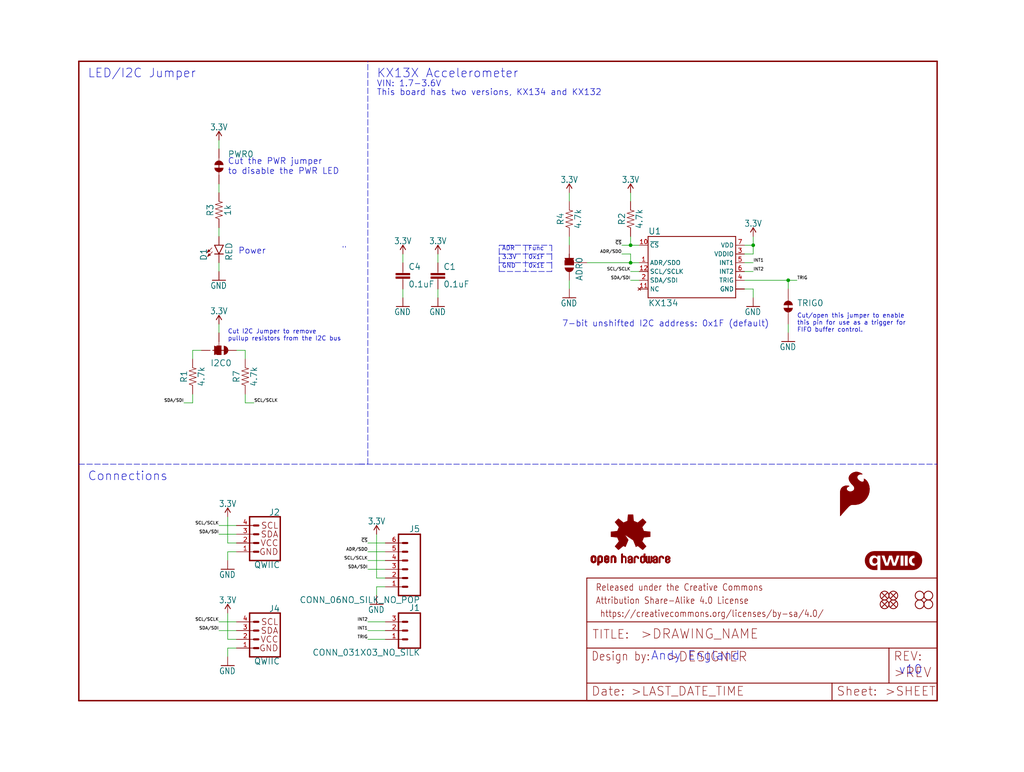
<source format=kicad_sch>
(kicad_sch (version 20211123) (generator eeschema)
  (paper "User" 297.002 223.926)
  (lib_symbols
    (symbol "eagleSchem-eagle-import:0.1UF-0603-25V-(+80{slash}-20%)"
      (property "Reference" "C" (at 1.524 2.921 0))
      (property "Value" "0.1UF-0603-25V-(+80{slash}-20%)" (at 1.524 -2.159 0))
      (symbol "0.1UF-0603-25V-(+80{slash}-20%)_1_0"
        (pin passive line (at 0 5.08 270) (length 2.54) (name "1") (number "1"))
        (pin passive line (at 0 -2.54 90) (length 2.54) (name "2") (number "2"))
      )
    )
    (symbol "eagleSchem-eagle-import:1KOHM-0603-1{slash}10W-1%"
      (property "Reference" "R" (at 0 1.524 0))
      (property "Value" "1KOHM-0603-1{slash}10W-1%" (at 0 -1.524 0))
      (symbol "1KOHM-0603-1{slash}10W-1%_1_0"
        (pin passive line (at -5.08 0 0) (length 2.54) (name "1") (number "1"))
        (pin passive line (at 5.08 0 180) (length 2.54) (name "2") (number "2"))
      )
    )
    (symbol "eagleSchem-eagle-import:3.3V" (power)
      (property "Value" "3.3V" (at 0 2.794 0))
      (symbol "3.3V_1_0"
        (pin power_in line (at 0 0 90) (length 2.54) (name "3.3V") (number "1"))
      )
    )
    (symbol "eagleSchem-eagle-import:4.7KOHM-0603-1{slash}10W-1%"
      (property "Reference" "R" (at 0 1.524 0))
      (property "Value" "4.7KOHM-0603-1{slash}10W-1%" (at 0 -1.524 0))
      (symbol "4.7KOHM-0603-1{slash}10W-1%_1_0"
        (pin passive line (at -5.08 0 0) (length 2.54) (name "1") (number "1"))
        (pin passive line (at 5.08 0 180) (length 2.54) (name "2") (number "2"))
      )
    )
    (symbol "eagleSchem-eagle-import:CONN_031X03_NO_SILK"
      (property "Reference" "J" (at -2.54 5.588 0))
      (property "Value" "CONN_031X03_NO_SILK" (at -2.54 -7.366 0))
      (symbol "CONN_031X03_NO_SILK_1_0"
        (pin passive line (at 7.62 -2.54 180) (length 5.08) (name "1") (number "1"))
        (pin passive line (at 7.62 0 180) (length 5.08) (name "2") (number "2"))
        (pin passive line (at 7.62 2.54 180) (length 5.08) (name "3") (number "3"))
      )
    )
    (symbol "eagleSchem-eagle-import:CONN_06NO_SILK_NO_POP"
      (property "Reference" "J" (at -5.08 10.668 0))
      (property "Value" "CONN_06NO_SILK_NO_POP" (at -5.08 -9.906 0))
      (symbol "CONN_06NO_SILK_NO_POP_1_0"
        (pin passive line (at 5.08 -5.08 180) (length 5.08) (name "1") (number "1"))
        (pin passive line (at 5.08 -2.54 180) (length 5.08) (name "2") (number "2"))
        (pin passive line (at 5.08 0 180) (length 5.08) (name "3") (number "3"))
        (pin passive line (at 5.08 2.54 180) (length 5.08) (name "4") (number "4"))
        (pin passive line (at 5.08 5.08 180) (length 5.08) (name "5") (number "5"))
        (pin passive line (at 5.08 7.62 180) (length 5.08) (name "6") (number "6"))
      )
    )
    (symbol "eagleSchem-eagle-import:FIDUCIALUFIDUCIAL")
    (symbol "eagleSchem-eagle-import:FRAME-LETTER"
      (symbol "FRAME-LETTER_2_0"
        (text " https://creativecommons.org/licenses/by-sa/4.0/" (at 2.54 24.13 0) (effects (font (size 1.9304 1.6408)) (justify left bottom)))
        (text ">DESIGNER" (at 23.114 11.176 0) (effects (font (size 2.7432 2.7432)) (justify left bottom)))
        (text ">DRAWING_NAME" (at 15.494 17.78 0) (effects (font (size 2.7432 2.7432)) (justify left bottom)))
        (text ">LAST_DATE_TIME" (at 12.7 1.27 0) (effects (font (size 2.54 2.54)) (justify left bottom)))
        (text ">REV" (at 88.9 6.604 0) (effects (font (size 2.7432 2.7432)) (justify left bottom)))
        (text ">SHEET" (at 86.36 1.27 0) (effects (font (size 2.54 2.54)) (justify left bottom)))
        (text "Attribution Share-Alike 4.0 License" (at 2.54 27.94 0) (effects (font (size 1.9304 1.6408)) (justify left bottom)))
        (text "Date:" (at 1.27 1.27 0) (effects (font (size 2.54 2.54)) (justify left bottom)))
        (text "Design by:" (at 1.27 11.43 0) (effects (font (size 2.54 2.159)) (justify left bottom)))
        (text "Released under the Creative Commons" (at 2.54 31.75 0) (effects (font (size 1.9304 1.6408)) (justify left bottom)))
        (text "REV:" (at 88.9 11.43 0) (effects (font (size 2.54 2.54)) (justify left bottom)))
        (text "Sheet:" (at 72.39 1.27 0) (effects (font (size 2.54 2.54)) (justify left bottom)))
        (text "TITLE:" (at 1.524 17.78 0) (effects (font (size 2.54 2.54)) (justify left bottom)))
      )
    )
    (symbol "eagleSchem-eagle-import:GND" (power)
      (property "Value" "GND" (at -2.54 -2.54 0))
      (symbol "GND_1_0"
        (pin power_in line (at 0 2.54 270) (length 2.54) (name "GND") (number "1"))
      )
    )
    (symbol "eagleSchem-eagle-import:JUMPER-SMT_2_NC_TRACE_SILK"
      (property "Reference" "JP" (at -2.54 2.54 0))
      (property "Value" "JUMPER-SMT_2_NC_TRACE_SILK" (at -2.54 -2.54 0))
      (symbol "JUMPER-SMT_2_NC_TRACE_SILK_1_0"
        (pin passive line (at -5.08 0 0) (length 2.54) (name "1") (number "1"))
        (pin passive line (at 5.08 0 180) (length 2.54) (name "2") (number "2"))
      )
    )
    (symbol "eagleSchem-eagle-import:JUMPER-SMT_3_1-NC_TRACE_SILK"
      (property "Reference" "JP" (at 2.54 0.381 0))
      (property "Value" "JUMPER-SMT_3_1-NC_TRACE_SILK" (at 2.54 -0.381 0))
      (symbol "JUMPER-SMT_3_1-NC_TRACE_SILK_1_0"
        (pin passive line (at 0 5.08 270) (length 2.54) (name "1") (number "1"))
        (pin passive line (at -5.08 0 0) (length 2.54) (name "2") (number "2"))
        (pin passive line (at 0 -5.08 90) (length 2.54) (name "3") (number "3"))
      )
    )
    (symbol "eagleSchem-eagle-import:JUMPER-SMT_3_2-NC_TRACE_SILK"
      (property "Reference" "JP" (at 2.54 0.381 0))
      (property "Value" "JUMPER-SMT_3_2-NC_TRACE_SILK" (at 2.54 -0.381 0))
      (symbol "JUMPER-SMT_3_2-NC_TRACE_SILK_1_0"
        (pin passive line (at 0 5.08 270) (length 2.54) (name "1") (number "1"))
        (pin passive line (at -5.08 0 0) (length 2.54) (name "2") (number "2"))
        (pin passive line (at 0 -5.08 90) (length 2.54) (name "3") (number "3"))
      )
    )
    (symbol "eagleSchem-eagle-import:KX13X-KX134"
      (property "Reference" "U" (at -12.7 10.668 0))
      (property "Value" "KX13X-KX134" (at -12.7 -10.16 0))
      (symbol "KX13X-KX134_1_0"
        (pin bidirectional line (at -15.24 2.54 0) (length 2.54) (name "ADR/SDO") (number "1"))
        (pin bidirectional line (at -15.24 7.62 0) (length 2.54) (name "~{CS}") (number "10"))
        (pin no_connect line (at -15.24 -5.08 0) (length 2.54) (name "NC") (number "11"))
        (pin bidirectional line (at -15.24 0 0) (length 2.54) (name "SCL/SCLK") (number "12"))
        (pin bidirectional line (at -15.24 -2.54 0) (length 2.54) (name "SDA/SDI") (number "2"))
        (pin bidirectional line (at 15.24 5.08 180) (length 2.54) (name "VDDIO") (number "3"))
        (pin bidirectional line (at 15.24 -2.54 180) (length 2.54) (name "TRIG") (number "4"))
        (pin bidirectional line (at 15.24 2.54 180) (length 2.54) (name "INT1") (number "5"))
        (pin bidirectional line (at 15.24 0 180) (length 2.54) (name "INT2") (number "6"))
        (pin bidirectional line (at 15.24 7.62 180) (length 2.54) (name "VDD") (number "7"))
        (pin bidirectional line (at 15.24 -5.08 180) (length 2.54) (name "GND") (number "8"))
        (pin bidirectional line (at 15.24 -5.08 180) (length 2.54) (name "GND") (number "9"))
      )
    )
    (symbol "eagleSchem-eagle-import:LED-RED0603"
      (property "Reference" "D" (at -3.429 -4.572 90))
      (property "Value" "LED-RED0603" (at 1.905 -4.572 90))
      (symbol "LED-RED0603_1_0"
        (pin passive line (at 0 2.54 270) (length 2.54) (name "A") (number "A"))
        (pin passive line (at 0 -5.08 90) (length 2.54) (name "C") (number "C"))
      )
    )
    (symbol "eagleSchem-eagle-import:OSHW-LOGOS")
    (symbol "eagleSchem-eagle-import:QWIIC_CONNECTORJS-1MM"
      (property "Reference" "J" (at -5.08 7.874 0))
      (property "Value" "QWIIC_CONNECTORJS-1MM" (at -5.08 -5.334 0))
      (symbol "QWIIC_CONNECTORJS-1MM_1_0"
        (text "GND" (at -4.572 -2.54 0) (effects (font (size 1.778 1.778)) (justify left)))
        (text "SCL" (at -4.572 5.08 0) (effects (font (size 1.778 1.778)) (justify left)))
        (text "SDA" (at -4.572 2.54 0) (effects (font (size 1.778 1.778)) (justify left)))
        (text "VCC" (at -4.572 0 0) (effects (font (size 1.778 1.778)) (justify left)))
        (pin power_in line (at 7.62 -2.54 180) (length 5.08) (name "1") (number "1"))
        (pin power_in line (at 7.62 0 180) (length 5.08) (name "2") (number "2"))
        (pin passive line (at 7.62 2.54 180) (length 5.08) (name "3") (number "3"))
        (pin passive line (at 7.62 5.08 180) (length 5.08) (name "4") (number "4"))
      )
    )
    (symbol "eagleSchem-eagle-import:QWIIC_LOGO_4MM")
    (symbol "eagleSchem-eagle-import:SFE_LOGO_FLAME.1_INCH")
    (symbol "eagleSchem-eagle-import:STAND-OFF")
  )
  (junction (at 182.88 71.12))
  (junction (at 218.44 71.12))
  (junction (at 182.88 76.2))
  (junction (at 228.6 81.28))
  (wire (pts (xy 68.58 101.6) (xy 71.12 101.6)))
  (polyline (pts (xy 144.78 73.66) (xy 160.02 73.66)))
  (wire (pts (xy 127 76.2) (xy 127 73.66)))
  (wire (pts (xy 215.9 76.2) (xy 218.44 76.2)))
  (wire (pts (xy 111.76 182.88) (xy 106.68 182.88)))
  (wire (pts (xy 182.88 73.66) (xy 180.34 73.66)))
  (wire (pts (xy 228.6 93.98) (xy 228.6 96.52)))
  (wire (pts (xy 218.44 83.82) (xy 218.44 86.36)))
  (wire (pts (xy 111.76 180.34) (xy 106.68 180.34)))
  (wire (pts (xy 185.42 78.74) (xy 182.88 78.74)))
  (wire (pts (xy 182.88 76.2) (xy 182.88 73.66)))
  (polyline (pts (xy 160.02 73.66) (xy 160.02 76.2)))
  (wire (pts (xy 111.76 160.02) (xy 106.68 160.02)))
  (wire (pts (xy 182.88 58.42) (xy 182.88 55.88)))
  (wire (pts (xy 68.58 185.42) (xy 66.04 185.42)))
  (wire (pts (xy 170.18 76.2) (xy 182.88 76.2)))
  (wire (pts (xy 71.12 101.6) (xy 71.12 104.14)))
  (polyline (pts (xy 144.78 78.74) (xy 160.02 78.74)))
  (wire (pts (xy 63.5 78.74) (xy 63.5 76.2)))
  (wire (pts (xy 111.76 162.56) (xy 106.68 162.56)))
  (wire (pts (xy 182.88 71.12) (xy 180.34 71.12)))
  (wire (pts (xy 68.58 187.96) (xy 66.04 187.96)))
  (wire (pts (xy 185.42 81.28) (xy 182.88 81.28)))
  (wire (pts (xy 63.5 93.98) (xy 63.5 96.52)))
  (wire (pts (xy 218.44 71.12) (xy 215.9 71.12)))
  (wire (pts (xy 182.88 71.12) (xy 182.88 68.58)))
  (wire (pts (xy 68.58 160.02) (xy 66.04 160.02)))
  (wire (pts (xy 55.88 101.6) (xy 58.42 101.6)))
  (wire (pts (xy 215.9 78.74) (xy 218.44 78.74)))
  (wire (pts (xy 116.84 76.2) (xy 116.84 73.66)))
  (wire (pts (xy 55.88 116.84) (xy 53.34 116.84)))
  (wire (pts (xy 63.5 68.58) (xy 63.5 66.04)))
  (wire (pts (xy 66.04 160.02) (xy 66.04 162.56)))
  (polyline (pts (xy 152.4 71.12) (xy 152.4 78.74)))
  (wire (pts (xy 68.58 152.4) (xy 63.5 152.4)))
  (wire (pts (xy 111.76 157.48) (xy 106.68 157.48)))
  (wire (pts (xy 165.1 81.28) (xy 165.1 83.82)))
  (wire (pts (xy 111.76 167.64) (xy 109.22 167.64)))
  (wire (pts (xy 165.1 55.88) (xy 165.1 58.42)))
  (wire (pts (xy 127 83.82) (xy 127 86.36)))
  (polyline (pts (xy 104.14 134.62) (xy 106.68 134.62)))
  (wire (pts (xy 66.04 157.48) (xy 66.04 149.86)))
  (polyline (pts (xy 160.02 76.2) (xy 160.02 78.74)))
  (wire (pts (xy 228.6 81.28) (xy 231.14 81.28)))
  (wire (pts (xy 109.22 167.64) (xy 109.22 154.94)))
  (polyline (pts (xy 160.02 71.12) (xy 160.02 73.66)))
  (wire (pts (xy 68.58 180.34) (xy 63.5 180.34)))
  (wire (pts (xy 111.76 165.1) (xy 106.68 165.1)))
  (wire (pts (xy 68.58 154.94) (xy 63.5 154.94)))
  (wire (pts (xy 182.88 76.2) (xy 185.42 76.2)))
  (wire (pts (xy 63.5 55.88) (xy 63.5 53.34)))
  (polyline (pts (xy 144.78 71.12) (xy 152.4 71.12)))
  (wire (pts (xy 68.58 157.48) (xy 66.04 157.48)))
  (wire (pts (xy 66.04 185.42) (xy 66.04 177.8)))
  (wire (pts (xy 68.58 182.88) (xy 63.5 182.88)))
  (wire (pts (xy 165.1 68.58) (xy 165.1 71.12)))
  (wire (pts (xy 55.88 104.14) (xy 55.88 101.6)))
  (wire (pts (xy 111.76 185.42) (xy 106.68 185.42)))
  (polyline (pts (xy 144.78 76.2) (xy 160.02 76.2)))
  (polyline (pts (xy 22.86 134.62) (xy 104.14 134.62)))
  (polyline (pts (xy 144.78 78.74) (xy 144.78 76.2)))
  (wire (pts (xy 215.9 81.28) (xy 228.6 81.28)))
  (wire (pts (xy 228.6 81.28) (xy 228.6 83.82)))
  (polyline (pts (xy 144.78 76.2) (xy 144.78 73.66)))
  (wire (pts (xy 218.44 71.12) (xy 218.44 68.58)))
  (wire (pts (xy 218.44 73.66) (xy 218.44 71.12)))
  (polyline (pts (xy 152.4 71.12) (xy 160.02 71.12)))
  (polyline (pts (xy 144.78 73.66) (xy 144.78 71.12)))
  (wire (pts (xy 116.84 83.82) (xy 116.84 86.36)))
  (wire (pts (xy 66.04 187.96) (xy 66.04 190.5)))
  (wire (pts (xy 111.76 170.18) (xy 109.22 170.18)))
  (wire (pts (xy 215.9 73.66) (xy 218.44 73.66)))
  (polyline (pts (xy 104.14 134.62) (xy 271.78 134.62)))
  (wire (pts (xy 71.12 114.3) (xy 71.12 116.84)))
  (wire (pts (xy 185.42 71.12) (xy 182.88 71.12)))
  (polyline (pts (xy 106.68 134.62) (xy 106.68 17.78)))
  (wire (pts (xy 71.12 116.84) (xy 73.66 116.84)))
  (wire (pts (xy 109.22 170.18) (xy 109.22 172.72)))
  (wire (pts (xy 63.5 43.18) (xy 63.5 40.64)))
  (wire (pts (xy 55.88 116.84) (xy 55.88 114.3)))
  (wire (pts (xy 215.9 83.82) (xy 218.44 83.82)))
  (text "v10" (at 260.604 195.834 180) (effects (font (size 2.54 2.54)) (justify left bottom)))
  (text "Cut I2C Jumper to remove\npullup resistors from the I2C bus" (at 66.04 99.06 0) (effects (font (size 1.27 1.27)) (justify left bottom)))
  (text "KX13X Accelerometer" (at 109.22 22.86 180) (effects (font (size 2.54 2.54)) (justify left bottom)))
  (text "Cut the PWR jumper\nto disable the PWR LED" (at 66.04 50.8 180) (effects (font (size 1.778 1.778)) (justify left bottom)))
  (text "Power" (at 69.088 73.914 180) (effects (font (size 1.778 1.778)) (justify left bottom)))
  (text "ADR" (at 145.542 72.898 180) (effects (font (size 1.27 1.27)) (justify left bottom)))
  (text "Cut/open this jumper to enable\nthis pin for use as a trigger for\nFIFO buffer control." (at 231.14 96.52 0) (effects (font (size 1.27 1.27)) (justify left bottom)))
  (text "0x1E" (at 153.162 77.978 180) (effects (font (size 1.27 1.27)) (justify left bottom)))
  (text "\"" (at 99.06 73.66 180) (effects (font (size 1.778 1.778)) (justify left bottom)))
  (text "7-bit unshifted I2C address: 0x1F (default)" (at 193.04 93.98 180) (effects (font (size 1.778 1.778))))
  (text "0x1F" (at 153.162 75.438 180) (effects (font (size 1.27 1.27)) (justify left bottom)))
  (text "VIN: 1.7-3.6V" (at 109.22 25.4 180) (effects (font (size 1.778 1.778)) (justify left bottom)))
  (text "Func" (at 153.162 72.898 180) (effects (font (size 1.27 1.27)) (justify left bottom)))
  (text "LED/I2C Jumper" (at 25.4 22.86 180) (effects (font (size 2.54 2.54)) (justify left bottom)))
  (text "Andy England" (at 188.722 191.77 180) (effects (font (size 2.54 2.54)) (justify left bottom)))
  (text "GND" (at 145.542 77.978 180) (effects (font (size 1.27 1.27)) (justify left bottom)))
  (text "Connections" (at 25.4 139.7 180) (effects (font (size 2.54 2.54)) (justify left bottom)))
  (text "This board has two versions, KX134 and KX132" (at 109.22 27.94 180) (effects (font (size 1.778 1.778)) (justify left bottom)))
  (text "3.3V" (at 145.542 75.438 180) (effects (font (size 1.27 1.27)) (justify left bottom)))
  (label "INT2" (at 106.68 180.34 180) (effects (font (size 0.889 0.889))))
  (label "SCL/SCLK" (at 73.66 116.84 0) (effects (font (size 0.889 0.889))))
  (label "INT2" (at 218.44 78.74 0) (effects (font (size 0.889 0.889))))
  (label "SDA/SDI" (at 63.5 182.88 180) (effects (font (size 0.889 0.889))))
  (label "INT1" (at 106.68 182.88 180) (effects (font (size 0.889 0.889))))
  (label "TRIG" (at 231.14 81.28 0) (effects (font (size 0.889 0.889))))
  (label "SDA/SDI" (at 53.34 116.84 180) (effects (font (size 0.889 0.889))))
  (label "SCL/SCLK" (at 182.88 78.74 180) (effects (font (size 0.889 0.889))))
  (label "TRIG" (at 106.68 185.42 180) (effects (font (size 0.889 0.889))))
  (label "SDA/SDI" (at 63.5 154.94 180) (effects (font (size 0.889 0.889))))
  (label "~{CS}" (at 106.68 157.48 180) (effects (font (size 0.889 0.889))))
  (label "~{CS}" (at 180.34 71.12 180) (effects (font (size 0.889 0.889))))
  (label "SDA/SDI" (at 182.88 81.28 180) (effects (font (size 0.889 0.889))))
  (label "ADR/SDO" (at 180.34 73.66 180) (effects (font (size 0.889 0.889))))
  (label "SCL/SCLK" (at 63.5 180.34 180) (effects (font (size 0.889 0.889))))
  (label "ADR/SDO" (at 106.68 160.02 180) (effects (font (size 0.889 0.889))))
  (label "SCL/SCLK" (at 106.68 162.56 180) (effects (font (size 0.889 0.889))))
  (label "INT1" (at 218.44 76.2 0) (effects (font (size 0.889 0.889))))
  (label "SDA/SDI" (at 106.68 165.1 180) (effects (font (size 0.889 0.889))))
  (label "SCL/SCLK" (at 63.5 152.4 180) (effects (font (size 0.889 0.889))))
  (symbol (lib_id "eagleSchem-eagle-import:CONN_031X03_NO_SILK") (at 119.38 182.88 0) (mirror y) (unit 1)
    (property "Reference" "J1" (at 121.92 177.292 0) (effects (font (size 1.778 1.778)) (justify left bottom)))
    (property "Value" "CONN_031X03_NO_SILK" (at 121.92 190.246 0) (effects (font (size 1.778 1.778)) (justify left bottom)))
    (property "Footprint" "eagleSchem:1X03_NO_SILK" (effects hide))
  )
  (symbol (lib_id "eagleSchem-eagle-import:GND") (at 165.1 86.36 0) (unit 1)
    (property "Reference" "#GND9" (effects hide))
    (property "Value" "GND" (at 162.56 88.9 0) (effects (font (size 1.778 1.5113)) (justify left bottom)))
    (property "Footprint" "eagleSchem:" (effects hide))
  )
  (symbol (lib_id "eagleSchem-eagle-import:JUMPER-SMT_2_NC_TRACE_SILK") (at 228.6 88.9 270) (unit 1)
    (property "Reference" "TRIG0" (at 231.14 88.9 90) (effects (font (size 1.778 1.778)) (justify left bottom)))
    (property "Value" "JUMPER-SMT_2_NC_TRACE_SILK" (effects hide))
    (property "Footprint" "eagleSchem:SMT-JUMPER_2_NC_TRACE_SILK" (effects hide))
  )
  (symbol (lib_id "eagleSchem-eagle-import:LED-RED0603") (at 63.5 71.12 0) (unit 1)
    (property "Reference" "D1" (at 60.071 75.692 90) (effects (font (size 1.778 1.778)) (justify left bottom)))
    (property "Value" "RED" (at 65.405 75.692 90) (effects (font (size 1.778 1.778)) (justify left top)))
    (property "Footprint" "eagleSchem:LED-0603" (effects hide))
  )
  (symbol (lib_id "eagleSchem-eagle-import:3.3V") (at 127 73.66 0) (unit 1)
    (property "Reference" "#SUPPLY3" (effects hide))
    (property "Value" "3.3V" (at 127 70.866 0) (effects (font (size 1.778 1.5113)) (justify bottom)))
    (property "Footprint" "eagleSchem:" (effects hide))
  )
  (symbol (lib_id "eagleSchem-eagle-import:3.3V") (at 66.04 177.8 0) (unit 1)
    (property "Reference" "#SUPPLY8" (effects hide))
    (property "Value" "3.3V" (at 66.04 175.006 0) (effects (font (size 1.778 1.5113)) (justify bottom)))
    (property "Footprint" "eagleSchem:" (effects hide))
  )
  (symbol (lib_id "eagleSchem-eagle-import:FIDUCIALUFIDUCIAL") (at 259.08 175.26 0) (unit 1)
    (property "Reference" "JP1" (effects hide))
    (property "Value" "FIDUCIALUFIDUCIAL" (effects hide))
    (property "Footprint" "eagleSchem:MICRO-FIDUCIAL" (effects hide))
  )
  (symbol (lib_id "eagleSchem-eagle-import:FRAME-LETTER") (at 22.86 203.2 0) (unit 1)
    (property "Reference" "FRAME1" (effects hide))
    (property "Value" "FRAME-LETTER" (effects hide))
    (property "Footprint" "eagleSchem:CREATIVE_COMMONS" (effects hide))
  )
  (symbol (lib_id "eagleSchem-eagle-import:STAND-OFF") (at 269.24 175.26 0) (unit 1)
    (property "Reference" "JP4" (effects hide))
    (property "Value" "STAND-OFF" (effects hide))
    (property "Footprint" "eagleSchem:STAND-OFF" (effects hide))
  )
  (symbol (lib_id "eagleSchem-eagle-import:GND") (at 127 88.9 0) (unit 1)
    (property "Reference" "#GND5" (effects hide))
    (property "Value" "GND" (at 124.46 91.44 0) (effects (font (size 1.778 1.5113)) (justify left bottom)))
    (property "Footprint" "eagleSchem:" (effects hide))
  )
  (symbol (lib_id "eagleSchem-eagle-import:QWIIC_CONNECTORJS-1MM") (at 76.2 185.42 0) (mirror y) (unit 1)
    (property "Reference" "J4" (at 81.28 177.546 0) (effects (font (size 1.778 1.778)) (justify left bottom)))
    (property "Value" "QWIIC" (at 81.28 190.754 0) (effects (font (size 1.778 1.778)) (justify left top)))
    (property "Footprint" "eagleSchem:JST04_1MM_RA" (effects hide))
  )
  (symbol (lib_id "eagleSchem-eagle-import:3.3V") (at 218.44 68.58 0) (unit 1)
    (property "Reference" "#SUPPLY1" (effects hide))
    (property "Value" "3.3V" (at 218.44 65.786 0) (effects (font (size 1.778 1.5113)) (justify bottom)))
    (property "Footprint" "eagleSchem:" (effects hide))
  )
  (symbol (lib_id "eagleSchem-eagle-import:4.7KOHM-0603-1{slash}10W-1%") (at 182.88 63.5 90) (unit 1)
    (property "Reference" "R2" (at 181.356 63.5 0) (effects (font (size 1.778 1.778)) (justify bottom)))
    (property "Value" "4.7k" (at 184.404 63.5 0) (effects (font (size 1.778 1.778)) (justify top)))
    (property "Footprint" "eagleSchem:0603" (effects hide))
  )
  (symbol (lib_id "eagleSchem-eagle-import:3.3V") (at 165.1 55.88 0) (unit 1)
    (property "Reference" "#SUPPLY6" (effects hide))
    (property "Value" "3.3V" (at 165.1 53.086 0) (effects (font (size 1.778 1.5113)) (justify bottom)))
    (property "Footprint" "eagleSchem:" (effects hide))
  )
  (symbol (lib_id "eagleSchem-eagle-import:GND") (at 63.5 81.28 0) (unit 1)
    (property "Reference" "#GND3" (effects hide))
    (property "Value" "GND" (at 60.96 83.82 0) (effects (font (size 1.778 1.5113)) (justify left bottom)))
    (property "Footprint" "eagleSchem:" (effects hide))
  )
  (symbol (lib_id "eagleSchem-eagle-import:QWIIC_CONNECTORJS-1MM") (at 76.2 157.48 0) (mirror y) (unit 1)
    (property "Reference" "J2" (at 81.28 149.606 0) (effects (font (size 1.778 1.778)) (justify left bottom)))
    (property "Value" "QWIIC" (at 81.28 162.814 0) (effects (font (size 1.778 1.778)) (justify left top)))
    (property "Footprint" "eagleSchem:JST04_1MM_RA" (effects hide))
  )
  (symbol (lib_id "eagleSchem-eagle-import:FIDUCIALUFIDUCIAL") (at 256.54 172.72 0) (unit 1)
    (property "Reference" "JP2" (effects hide))
    (property "Value" "FIDUCIALUFIDUCIAL" (effects hide))
    (property "Footprint" "eagleSchem:MICRO-FIDUCIAL" (effects hide))
  )
  (symbol (lib_id "eagleSchem-eagle-import:0.1UF-0603-25V-(+80{slash}-20%)") (at 127 81.28 0) (unit 1)
    (property "Reference" "C1" (at 128.524 78.359 0) (effects (font (size 1.778 1.778)) (justify left bottom)))
    (property "Value" "0.1uF" (at 128.524 83.439 0) (effects (font (size 1.778 1.778)) (justify left bottom)))
    (property "Footprint" "eagleSchem:0603" (effects hide))
  )
  (symbol (lib_id "eagleSchem-eagle-import:GND") (at 66.04 193.04 0) (unit 1)
    (property "Reference" "#GND8" (effects hide))
    (property "Value" "GND" (at 63.5 195.58 0) (effects (font (size 1.778 1.5113)) (justify left bottom)))
    (property "Footprint" "eagleSchem:" (effects hide))
  )
  (symbol (lib_id "eagleSchem-eagle-import:JUMPER-SMT_3_1-NC_TRACE_SILK") (at 165.1 76.2 180) (unit 1)
    (property "Reference" "ADR0" (at 169.037 81.534 90) (effects (font (size 1.778 1.778)) (justify right top)))
    (property "Value" "JUMPER-SMT_3_1-NC_TRACE_SILK" (effects hide))
    (property "Footprint" "eagleSchem:SMT-JUMPER_3_1-NC_TRACE_SILK" (effects hide))
  )
  (symbol (lib_id "eagleSchem-eagle-import:KX13X-KX134") (at 200.66 78.74 0) (unit 1)
    (property "Reference" "U1" (at 187.96 68.072 0) (effects (font (size 1.778 1.778)) (justify left bottom)))
    (property "Value" "KX134" (at 187.96 88.9 0) (effects (font (size 1.778 1.778)) (justify left bottom)))
    (property "Footprint" "eagleSchem:KX13X" (effects hide))
  )
  (symbol (lib_id "eagleSchem-eagle-import:FIDUCIALUFIDUCIAL") (at 256.54 175.26 0) (unit 1)
    (property "Reference" "JP5" (effects hide))
    (property "Value" "FIDUCIALUFIDUCIAL" (effects hide))
    (property "Footprint" "eagleSchem:MICRO-FIDUCIAL" (effects hide))
  )
  (symbol (lib_id "eagleSchem-eagle-import:CONN_06NO_SILK_NO_POP") (at 116.84 165.1 0) (mirror y) (unit 1)
    (property "Reference" "J5" (at 121.92 154.432 0) (effects (font (size 1.778 1.778)) (justify left bottom)))
    (property "Value" "CONN_06NO_SILK_NO_POP" (at 121.92 175.006 0) (effects (font (size 1.778 1.778)) (justify left bottom)))
    (property "Footprint" "eagleSchem:1X06_NO_SILK" (effects hide))
  )
  (symbol (lib_id "eagleSchem-eagle-import:GND") (at 218.44 88.9 0) (unit 1)
    (property "Reference" "#GND1" (effects hide))
    (property "Value" "GND" (at 215.9 91.44 0) (effects (font (size 1.778 1.5113)) (justify left bottom)))
    (property "Footprint" "eagleSchem:" (effects hide))
  )
  (symbol (lib_id "eagleSchem-eagle-import:3.3V") (at 182.88 55.88 0) (unit 1)
    (property "Reference" "#SUPPLY5" (effects hide))
    (property "Value" "3.3V" (at 182.88 53.086 0) (effects (font (size 1.778 1.5113)) (justify bottom)))
    (property "Footprint" "eagleSchem:" (effects hide))
  )
  (symbol (lib_id "eagleSchem-eagle-import:SFE_LOGO_FLAME.1_INCH") (at 243.332 150.114 0) (unit 1)
    (property "Reference" "LOGO1" (effects hide))
    (property "Value" "SFE_LOGO_FLAME.1_INCH" (effects hide))
    (property "Footprint" "eagleSchem:SFE_LOGO_FLAME_.1" (effects hide))
  )
  (symbol (lib_id "eagleSchem-eagle-import:OSHW-LOGOS") (at 182.88 154.94 0) (unit 1)
    (property "Reference" "LOGO5" (effects hide))
    (property "Value" "OSHW-LOGOS" (effects hide))
    (property "Footprint" "eagleSchem:OSHW-LOGO-S" (effects hide))
  )
  (symbol (lib_id "eagleSchem-eagle-import:STAND-OFF") (at 266.7 175.26 0) (unit 1)
    (property "Reference" "JP7" (effects hide))
    (property "Value" "STAND-OFF" (effects hide))
    (property "Footprint" "eagleSchem:STAND-OFF" (effects hide))
  )
  (symbol (lib_id "eagleSchem-eagle-import:1KOHM-0603-1{slash}10W-1%") (at 63.5 60.96 90) (unit 1)
    (property "Reference" "R3" (at 61.976 60.96 0) (effects (font (size 1.778 1.778)) (justify bottom)))
    (property "Value" "1k" (at 65.024 60.96 0) (effects (font (size 1.778 1.778)) (justify top)))
    (property "Footprint" "eagleSchem:0603" (effects hide))
  )
  (symbol (lib_id "eagleSchem-eagle-import:4.7KOHM-0603-1{slash}10W-1%") (at 55.88 109.22 90) (unit 1)
    (property "Reference" "R1" (at 54.356 109.22 0) (effects (font (size 1.778 1.778)) (justify bottom)))
    (property "Value" "4.7k" (at 57.404 109.22 0) (effects (font (size 1.778 1.778)) (justify top)))
    (property "Footprint" "eagleSchem:0603" (effects hide))
  )
  (symbol (lib_id "eagleSchem-eagle-import:4.7KOHM-0603-1{slash}10W-1%") (at 71.12 109.22 90) (unit 1)
    (property "Reference" "R7" (at 69.596 109.22 0) (effects (font (size 1.778 1.778)) (justify bottom)))
    (property "Value" "4.7k" (at 72.644 109.22 0) (effects (font (size 1.778 1.778)) (justify top)))
    (property "Footprint" "eagleSchem:0603" (effects hide))
  )
  (symbol (lib_id "eagleSchem-eagle-import:QWIIC_LOGO_4MM") (at 259.08 162.56 0) (unit 1)
    (property "Reference" "LOGO3" (effects hide))
    (property "Value" "QWIIC_LOGO_4MM" (effects hide))
    (property "Footprint" "eagleSchem:QWIIC_4MM" (effects hide))
  )
  (symbol (lib_id "eagleSchem-eagle-import:4.7KOHM-0603-1{slash}10W-1%") (at 165.1 63.5 90) (unit 1)
    (property "Reference" "R4" (at 163.576 63.5 0) (effects (font (size 1.778 1.778)) (justify bottom)))
    (property "Value" "4.7k" (at 166.624 63.5 0) (effects (font (size 1.778 1.778)) (justify top)))
    (property "Footprint" "eagleSchem:0603" (effects hide))
  )
  (symbol (lib_id "eagleSchem-eagle-import:GND") (at 109.22 175.26 0) (unit 1)
    (property "Reference" "#GND7" (effects hide))
    (property "Value" "GND" (at 106.68 177.8 0) (effects (font (size 1.778 1.5113)) (justify left bottom)))
    (property "Footprint" "eagleSchem:" (effects hide))
  )
  (symbol (lib_id "eagleSchem-eagle-import:SFE_LOGO_FLAME.1_INCH") (at 243.332 150.114 0) (unit 1)
    (property "Reference" "LOGO2" (effects hide))
    (property "Value" "SFE_LOGO_FLAME.1_INCH" (effects hide))
    (property "Footprint" "eagleSchem:SFE_LOGO_FLAME_.1" (effects hide))
  )
  (symbol (lib_id "eagleSchem-eagle-import:0.1UF-0603-25V-(+80{slash}-20%)") (at 116.84 81.28 0) (unit 1)
    (property "Reference" "C4" (at 118.364 78.359 0) (effects (font (size 1.778 1.778)) (justify left bottom)))
    (property "Value" "0.1uF" (at 118.364 83.439 0) (effects (font (size 1.778 1.778)) (justify left bottom)))
    (property "Footprint" "eagleSchem:0603" (effects hide))
  )
  (symbol (lib_id "eagleSchem-eagle-import:STAND-OFF") (at 269.24 172.72 0) (unit 1)
    (property "Reference" "JP3" (effects hide))
    (property "Value" "STAND-OFF" (effects hide))
    (property "Footprint" "eagleSchem:STAND-OFF" (effects hide))
  )
  (symbol (lib_id "eagleSchem-eagle-import:JUMPER-SMT_2_NC_TRACE_SILK") (at 63.5 48.26 90) (unit 1)
    (property "Reference" "PWR0" (at 66.04 45.72 90) (effects (font (size 1.778 1.778)) (justify right top)))
    (property "Value" "JUMPER-SMT_2_NC_TRACE_SILK" (effects hide))
    (property "Footprint" "eagleSchem:SMT-JUMPER_2_NC_TRACE_SILK" (effects hide))
  )
  (symbol (lib_id "eagleSchem-eagle-import:3.3V") (at 66.04 149.86 0) (unit 1)
    (property "Reference" "#SUPPLY4" (effects hide))
    (property "Value" "3.3V" (at 66.04 147.066 0) (effects (font (size 1.778 1.5113)) (justify bottom)))
    (property "Footprint" "eagleSchem:" (effects hide))
  )
  (symbol (lib_id "eagleSchem-eagle-import:3.3V") (at 63.5 40.64 0) (unit 1)
    (property "Reference" "#SUPPLY10" (effects hide))
    (property "Value" "3.3V" (at 63.5 37.846 0) (effects (font (size 1.778 1.5113)) (justify bottom)))
    (property "Footprint" "eagleSchem:" (effects hide))
  )
  (symbol (lib_id "eagleSchem-eagle-import:3.3V") (at 109.22 154.94 0) (unit 1)
    (property "Reference" "#SUPPLY7" (effects hide))
    (property "Value" "3.3V" (at 109.22 152.146 0) (effects (font (size 1.778 1.5113)) (justify bottom)))
    (property "Footprint" "eagleSchem:" (effects hide))
  )
  (symbol (lib_id "eagleSchem-eagle-import:GND") (at 228.6 99.06 0) (unit 1)
    (property "Reference" "#GND2" (effects hide))
    (property "Value" "GND" (at 226.06 101.6 0) (effects (font (size 1.778 1.5113)) (justify left bottom)))
    (property "Footprint" "eagleSchem:" (effects hide))
  )
  (symbol (lib_id "eagleSchem-eagle-import:GND") (at 116.84 88.9 0) (unit 1)
    (property "Reference" "#GND4" (effects hide))
    (property "Value" "GND" (at 114.3 91.44 0) (effects (font (size 1.778 1.5113)) (justify left bottom)))
    (property "Footprint" "eagleSchem:" (effects hide))
  )
  (symbol (lib_id "eagleSchem-eagle-import:JUMPER-SMT_3_2-NC_TRACE_SILK") (at 63.5 101.6 270) (unit 1)
    (property "Reference" "I2C0" (at 60.96 106.299 90) (effects (font (size 1.778 1.778)) (justify left bottom)))
    (property "Value" "JUMPER-SMT_3_2-NC_TRACE_SILK" (effects hide))
    (property "Footprint" "eagleSchem:SMT-JUMPER_3_2-NC_TRACE_SILK" (effects hide))
  )
  (symbol (lib_id "eagleSchem-eagle-import:3.3V") (at 63.5 93.98 0) (unit 1)
    (property "Reference" "#SUPPLY9" (effects hide))
    (property "Value" "3.3V" (at 63.5 91.186 0) (effects (font (size 1.778 1.5113)) (justify bottom)))
    (property "Footprint" "eagleSchem:" (effects hide))
  )
  (symbol (lib_id "eagleSchem-eagle-import:GND") (at 66.04 165.1 0) (unit 1)
    (property "Reference" "#GND6" (effects hide))
    (property "Value" "GND" (at 63.5 167.64 0) (effects (font (size 1.778 1.5113)) (justify left bottom)))
    (property "Footprint" "eagleSchem:" (effects hide))
  )
  (symbol (lib_id "eagleSchem-eagle-import:FIDUCIALUFIDUCIAL") (at 259.08 172.72 0) (unit 1)
    (property "Reference" "JP6" (effects hide))
    (property "Value" "FIDUCIALUFIDUCIAL" (effects hide))
    (property "Footprint" "eagleSchem:MICRO-FIDUCIAL" (effects hide))
  )
  (symbol (lib_id "eagleSchem-eagle-import:3.3V") (at 116.84 73.66 0) (unit 1)
    (property "Reference" "#SUPPLY2" (effects hide))
    (property "Value" "3.3V" (at 116.84 70.866 0) (effects (font (size 1.778 1.5113)) (justify bottom)))
    (property "Footprint" "eagleSchem:" (effects hide))
  )
  (symbol (lib_id "eagleSchem-eagle-import:FRAME-LETTER") (at 170.18 203.2 0) (unit 2)
    (property "Reference" "FRAME1" (effects hide))
    (property "Value" "FRAME-LETTER" (effects hide))
    (property "Footprint" "eagleSchem:CREATIVE_COMMONS" (effects hide))
  )
  (symbol (lib_id "eagleSchem-eagle-import:STAND-OFF") (at 266.7 172.72 0) (unit 1)
    (property "Reference" "JP8" (effects hide))
    (property "Value" "STAND-OFF" (effects hide))
    (property "Footprint" "eagleSchem:STAND-OFF" (effects hide))
  )
)
</source>
